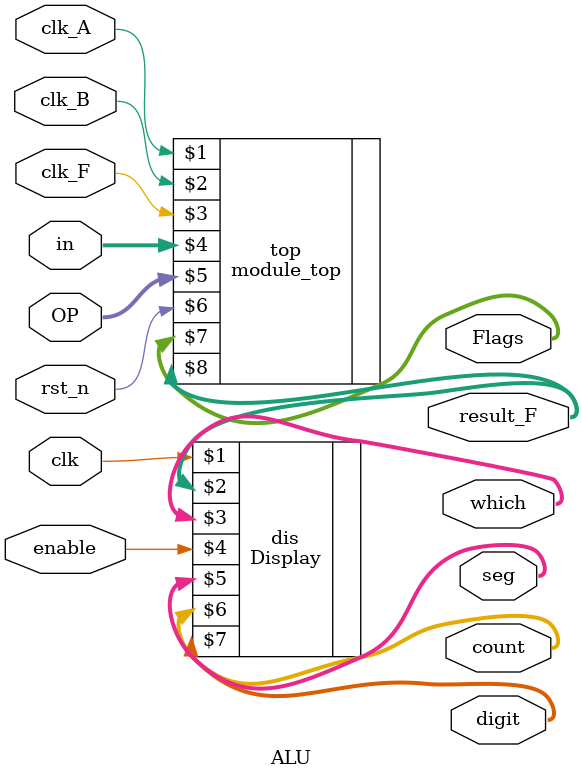
<source format=v>
`timescale 1ns / 1ps


module ALU(
    input clk_A,
    input clk_B,
    input clk_F,
    input [1:0] in,
    input [3:0] OP,
    input rst_n,
    output [3:0] Flags,
    output [31:0] result_F,
    input clk,
    input wire enable,
    output [2:0] which ,
    output [7:0] seg,
    output [10:0] count,
    output [3:0] digit 
    );
    module_top top(clk_A,clk_B,clk_F,in,OP,rst_n,Flags,result_F);
    Display dis(clk, result_F, which,enable,seg,count, digit);
endmodule

</source>
